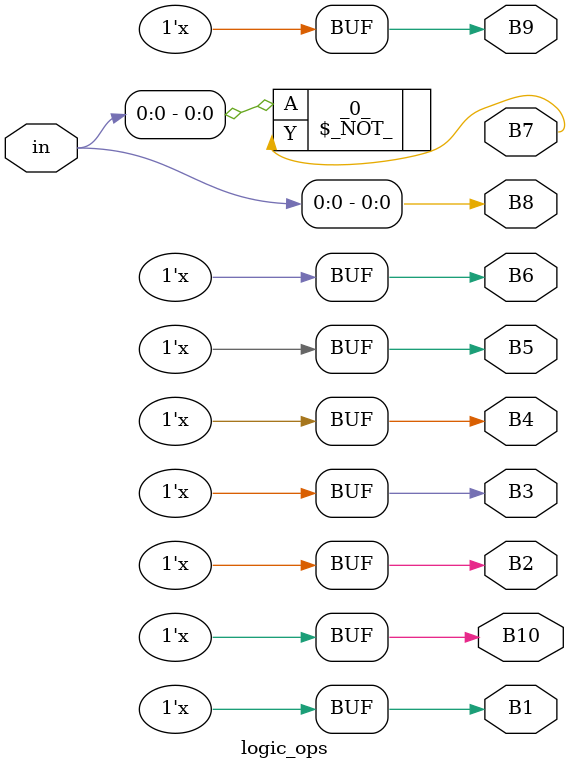
<source format=v>
/* Generated by Yosys 0.55+46 (git sha1 aa1daa702, g++ 11.4.0-1ubuntu1~22.04 -fPIC -O3) */

(* top =  1  *)
(* src = "dut.sv:1.1-16.10" *)
module logic_ops(in, B1, B2, B3, B4, B5, B6, B7, B8, B9, B10);
  (* src = "dut.sv:4.17-4.19" *)
  output B1;
  wire B1;
  (* src = "dut.sv:4.46-4.49" *)
  output B10;
  wire B10;
  (* src = "dut.sv:4.20-4.22" *)
  output B2;
  wire B2;
  (* src = "dut.sv:4.23-4.25" *)
  output B3;
  wire B3;
  (* src = "dut.sv:4.26-4.28" *)
  output B4;
  wire B4;
  (* src = "dut.sv:4.29-4.31" *)
  output B5;
  wire B5;
  (* src = "dut.sv:4.32-4.34" *)
  output B6;
  wire B6;
  (* src = "dut.sv:4.35-4.37" *)
  output B7;
  wire B7;
  (* src = "dut.sv:4.38-4.40" *)
  output B8;
  wire B8;
  (* src = "dut.sv:4.42-4.44" *)
  output B9;
  wire B9;
  (* src = "dut.sv:3.17-3.19" *)
  input [7:0] in;
  wire [7:0] in;
  \$_NOT_  _0_ (
    .A(in[0]),
    .Y(B7)
  );
  assign B1 = 1'hx;
  assign B10 = 1'hx;
  assign B2 = 1'hx;
  assign B3 = 1'hx;
  assign B4 = 1'hx;
  assign B5 = 1'hx;
  assign B6 = 1'hx;
  assign B8 = in[0];
  assign B9 = 1'hx;
endmodule

</source>
